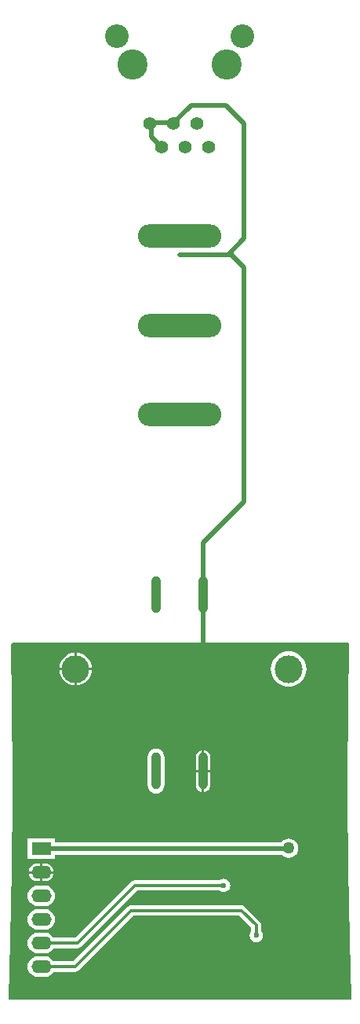
<source format=gbr>
%TF.GenerationSoftware,Altium Limited,Altium Designer,22.0.2 (36)*%
G04 Layer_Physical_Order=2*
G04 Layer_Color=16711680*
%FSLAX45Y45*%
%MOMM*%
%TF.SameCoordinates,4516B017-0455-433D-A7DA-D7F2A7B68D13*%
%TF.FilePolarity,Positive*%
%TF.FileFunction,Copper,L2,Bot,Signal*%
%TF.Part,Single*%
G01*
G75*
%TA.AperFunction,Conductor*%
%ADD15C,0.30000*%
%ADD16C,0.50000*%
%TA.AperFunction,ComponentPad*%
%ADD17O,1.00000X4.00000*%
%ADD18C,3.00000*%
%ADD19O,2.15900X1.39700*%
%ADD20R,2.15900X1.39700*%
%ADD21O,9.00000X2.50000*%
%ADD22C,2.55000*%
%ADD23C,1.40800*%
%ADD24C,3.25000*%
%TA.AperFunction,ViaPad*%
%ADD25C,0.60000*%
%ADD26C,1.27000*%
G36*
X3848345Y-6229027D02*
X3841509Y-6884685D01*
X3838739Y-7681942D01*
X3838435Y-7691119D01*
X3837766Y-7694485D01*
X3837765Y-7694485D01*
X3837734Y-7694641D01*
X3837781Y-7694876D01*
X3838270Y-7707187D01*
X3837176Y-7874276D01*
X3842236Y-8647399D01*
X3857416Y-9420389D01*
X3878055Y-10050874D01*
X3869223Y-10060000D01*
X185821D01*
X176988Y-10050874D01*
X197628Y-9420389D01*
X212808Y-8647399D01*
X217868Y-7874276D01*
X216774Y-7707187D01*
X217263Y-7694875D01*
X217310Y-7694641D01*
X217279Y-7694485D01*
X217279D01*
Y-7694485D01*
X217278D01*
X216609Y-7691119D01*
X216305Y-7681942D01*
X213534Y-6884685D01*
X206699Y-6229027D01*
X215632Y-6220000D01*
X3839412D01*
X3848345Y-6229027D01*
D02*
G37*
%LPC*%
G36*
X912700Y-6325002D02*
Y-6487300D01*
X1074998D01*
X1072862Y-6465615D01*
X1062833Y-6432553D01*
X1046545Y-6402081D01*
X1024627Y-6375373D01*
X997919Y-6353455D01*
X967447Y-6337167D01*
X934384Y-6327138D01*
X912700Y-6325002D01*
D02*
G37*
G36*
X887300D02*
X865615Y-6327138D01*
X832553Y-6337167D01*
X802081Y-6353455D01*
X775373Y-6375373D01*
X753455Y-6402081D01*
X737167Y-6432553D01*
X727138Y-6465615D01*
X725002Y-6487300D01*
X887300D01*
Y-6325002D01*
D02*
G37*
G36*
X1074998Y-6512700D02*
X912700D01*
Y-6674998D01*
X934384Y-6672862D01*
X967447Y-6662832D01*
X997919Y-6646545D01*
X1024627Y-6624627D01*
X1046545Y-6597918D01*
X1062833Y-6567447D01*
X1072862Y-6534384D01*
X1074998Y-6512700D01*
D02*
G37*
G36*
X887300D02*
X725002D01*
X727138Y-6534384D01*
X737167Y-6567447D01*
X753455Y-6597918D01*
X775373Y-6624627D01*
X802081Y-6646545D01*
X832553Y-6662832D01*
X865615Y-6672862D01*
X887300Y-6674998D01*
Y-6512700D01*
D02*
G37*
G36*
X3200000Y-6309081D02*
X3162753Y-6312749D01*
X3126938Y-6323614D01*
X3093931Y-6341257D01*
X3065000Y-6365000D01*
X3041257Y-6393931D01*
X3023614Y-6426938D01*
X3012749Y-6462753D01*
X3009081Y-6500000D01*
X3012749Y-6537247D01*
X3023614Y-6573062D01*
X3041257Y-6606069D01*
X3065000Y-6635000D01*
X3093931Y-6658743D01*
X3126938Y-6676386D01*
X3162753Y-6687251D01*
X3200000Y-6690919D01*
X3237247Y-6687251D01*
X3273062Y-6676386D01*
X3306069Y-6658743D01*
X3335000Y-6635000D01*
X3358743Y-6606069D01*
X3376386Y-6573062D01*
X3387251Y-6537247D01*
X3390919Y-6500000D01*
X3387251Y-6462753D01*
X3376386Y-6426938D01*
X3358743Y-6393931D01*
X3335000Y-6365000D01*
X3306069Y-6341257D01*
X3273062Y-6323614D01*
X3237247Y-6312749D01*
X3200000Y-6309081D01*
D02*
G37*
G36*
X2289401Y-7375622D02*
Y-7587301D01*
X2352751D01*
Y-7450000D01*
X2350159Y-7430317D01*
X2342562Y-7411975D01*
X2330476Y-7396224D01*
X2314725Y-7384138D01*
X2296384Y-7376541D01*
X2289401Y-7375622D01*
D02*
G37*
G36*
X2264001Y-7375621D02*
X2257017Y-7376541D01*
X2238675Y-7384138D01*
X2222924Y-7396224D01*
X2210838Y-7411975D01*
X2203241Y-7430317D01*
X2200649Y-7450000D01*
Y-7587301D01*
X2264001D01*
Y-7375621D01*
D02*
G37*
G36*
X2352751Y-7612701D02*
X2289401D01*
Y-7824379D01*
X2296384Y-7823459D01*
X2314725Y-7815862D01*
X2330476Y-7803776D01*
X2342562Y-7788025D01*
X2350159Y-7769683D01*
X2352751Y-7750000D01*
Y-7612701D01*
D02*
G37*
G36*
X2264001D02*
X2200649D01*
Y-7750000D01*
X2203241Y-7769683D01*
X2210838Y-7788025D01*
X2222924Y-7803776D01*
X2238675Y-7815862D01*
X2257017Y-7823459D01*
X2264001Y-7824379D01*
Y-7612701D01*
D02*
G37*
G36*
X1768700Y-7359224D02*
X1745205Y-7362317D01*
X1723312Y-7371386D01*
X1704511Y-7385811D01*
X1690086Y-7404612D01*
X1681017Y-7426505D01*
X1677924Y-7450000D01*
Y-7750000D01*
X1681017Y-7773495D01*
X1690086Y-7795388D01*
X1704511Y-7814189D01*
X1723312Y-7828615D01*
X1745205Y-7837683D01*
X1768700Y-7840776D01*
X1792195Y-7837683D01*
X1814088Y-7828615D01*
X1832889Y-7814189D01*
X1847315Y-7795388D01*
X1856383Y-7773495D01*
X1859476Y-7750000D01*
Y-7450000D01*
X1856383Y-7426505D01*
X1847315Y-7404612D01*
X1832889Y-7385811D01*
X1814088Y-7371386D01*
X1792195Y-7362317D01*
X1768700Y-7359224D01*
D02*
G37*
G36*
X677950Y-8325150D02*
X382050D01*
Y-8544850D01*
X677950D01*
Y-8500561D01*
X3123684D01*
X3126183Y-8503817D01*
X3147803Y-8520407D01*
X3172981Y-8530836D01*
X3200000Y-8534393D01*
X3227019Y-8530836D01*
X3252196Y-8520407D01*
X3273817Y-8503817D01*
X3290407Y-8482196D01*
X3300836Y-8457019D01*
X3304393Y-8430000D01*
X3300836Y-8402981D01*
X3290407Y-8377803D01*
X3273817Y-8356183D01*
X3252196Y-8339593D01*
X3227019Y-8329164D01*
X3200000Y-8325607D01*
X3172981Y-8329164D01*
X3147803Y-8339593D01*
X3126183Y-8356183D01*
X3116011Y-8369439D01*
X677950D01*
Y-8325150D01*
D02*
G37*
G36*
X568100Y-8592928D02*
X542699D01*
Y-8676300D01*
X662500D01*
X660898Y-8664135D01*
X651301Y-8640964D01*
X636033Y-8621067D01*
X616136Y-8605799D01*
X592965Y-8596202D01*
X568100Y-8592928D01*
D02*
G37*
G36*
X517299D02*
X491900D01*
X467035Y-8596202D01*
X443864Y-8605799D01*
X423967Y-8621067D01*
X408699Y-8640964D01*
X399102Y-8664135D01*
X397500Y-8676300D01*
X517299D01*
Y-8592928D01*
D02*
G37*
G36*
X662500Y-8701700D02*
X542699D01*
Y-8785072D01*
X568100D01*
X592965Y-8781798D01*
X616136Y-8772201D01*
X636033Y-8756933D01*
X651301Y-8737036D01*
X660898Y-8713865D01*
X662500Y-8701700D01*
D02*
G37*
G36*
X517299D02*
X397500D01*
X399102Y-8713865D01*
X408699Y-8737036D01*
X423967Y-8756933D01*
X443864Y-8772201D01*
X467035Y-8781798D01*
X491900Y-8785072D01*
X517299D01*
Y-8701700D01*
D02*
G37*
G36*
X2500000Y-8759396D02*
X2481727Y-8761802D01*
X2464698Y-8768855D01*
X2458094Y-8773923D01*
X1540000D01*
X1518540Y-8778191D01*
X1500347Y-8790347D01*
X895772Y-9394923D01*
X663533D01*
X646446Y-9372654D01*
X623499Y-9355046D01*
X596777Y-9343978D01*
X568100Y-9340202D01*
X491900D01*
X463223Y-9343978D01*
X436501Y-9355046D01*
X413554Y-9372654D01*
X395946Y-9395601D01*
X384878Y-9422323D01*
X381102Y-9451000D01*
X384878Y-9479676D01*
X395946Y-9506399D01*
X413554Y-9529346D01*
X436501Y-9546954D01*
X463223Y-9558022D01*
X491900Y-9561798D01*
X568100D01*
X596777Y-9558022D01*
X623499Y-9546954D01*
X646446Y-9529346D01*
X663533Y-9507077D01*
X919000D01*
X940460Y-9502809D01*
X958653Y-9490653D01*
X1563228Y-8886077D01*
X2458094D01*
X2464698Y-8891145D01*
X2481727Y-8898198D01*
X2500000Y-8900604D01*
X2518274Y-8898198D01*
X2535302Y-8891145D01*
X2549925Y-8879925D01*
X2561145Y-8865302D01*
X2568198Y-8848274D01*
X2570604Y-8830000D01*
X2568198Y-8811727D01*
X2561145Y-8794698D01*
X2549925Y-8780076D01*
X2535302Y-8768855D01*
X2518274Y-8761802D01*
X2500000Y-8759396D01*
D02*
G37*
G36*
X568100Y-8832202D02*
X491900D01*
X463223Y-8835978D01*
X436501Y-8847046D01*
X413554Y-8864654D01*
X395946Y-8887601D01*
X384878Y-8914323D01*
X381102Y-8943000D01*
X384878Y-8971676D01*
X395946Y-8998399D01*
X413554Y-9021346D01*
X436501Y-9038954D01*
X463223Y-9050022D01*
X491900Y-9053798D01*
X568100D01*
X596777Y-9050022D01*
X623499Y-9038954D01*
X646446Y-9021346D01*
X664054Y-8998399D01*
X675122Y-8971676D01*
X678898Y-8943000D01*
X675122Y-8914323D01*
X664054Y-8887601D01*
X646446Y-8864654D01*
X623499Y-8847046D01*
X596777Y-8835978D01*
X568100Y-8832202D01*
D02*
G37*
G36*
Y-9086202D02*
X491900D01*
X463223Y-9089978D01*
X436501Y-9101046D01*
X413554Y-9118654D01*
X395946Y-9141601D01*
X384878Y-9168323D01*
X381102Y-9197000D01*
X384878Y-9225676D01*
X395946Y-9252399D01*
X413554Y-9275346D01*
X436501Y-9292954D01*
X463223Y-9304022D01*
X491900Y-9307798D01*
X568100D01*
X596777Y-9304022D01*
X623499Y-9292954D01*
X646446Y-9275346D01*
X664054Y-9252399D01*
X675122Y-9225676D01*
X678898Y-9197000D01*
X675122Y-9168323D01*
X664054Y-9141601D01*
X646446Y-9118654D01*
X623499Y-9101046D01*
X596777Y-9089978D01*
X568100Y-9086202D01*
D02*
G37*
G36*
X2690000Y-9043923D02*
X1500000D01*
X1478540Y-9048191D01*
X1460347Y-9060347D01*
X871772Y-9648923D01*
X663533D01*
X646446Y-9626654D01*
X623499Y-9609046D01*
X596777Y-9597978D01*
X568100Y-9594202D01*
X491900D01*
X463223Y-9597978D01*
X436501Y-9609046D01*
X413554Y-9626654D01*
X395946Y-9649601D01*
X384878Y-9676323D01*
X381102Y-9705000D01*
X384878Y-9733676D01*
X395946Y-9760399D01*
X413554Y-9783346D01*
X436501Y-9800954D01*
X463223Y-9812022D01*
X491900Y-9815798D01*
X568100D01*
X596777Y-9812022D01*
X623499Y-9800954D01*
X646446Y-9783346D01*
X663533Y-9761077D01*
X895000D01*
X916460Y-9756809D01*
X934653Y-9744653D01*
X1523228Y-9156077D01*
X2666772D01*
X2793923Y-9283228D01*
Y-9328094D01*
X2788855Y-9334698D01*
X2781802Y-9351727D01*
X2779396Y-9370000D01*
X2781802Y-9388274D01*
X2788855Y-9405302D01*
X2800075Y-9419925D01*
X2814698Y-9431145D01*
X2831726Y-9438198D01*
X2850000Y-9440604D01*
X2868273Y-9438198D01*
X2885302Y-9431145D01*
X2899924Y-9419925D01*
X2911145Y-9405302D01*
X2918198Y-9388274D01*
X2920604Y-9370000D01*
X2918198Y-9351727D01*
X2911145Y-9334698D01*
X2906077Y-9328094D01*
Y-9260000D01*
X2901809Y-9238540D01*
X2889653Y-9220347D01*
X2729653Y-9060347D01*
X2711460Y-9048191D01*
X2690000Y-9043923D01*
D02*
G37*
%LPD*%
D15*
X2276700Y-7726700D02*
Y-7600000D01*
X919000Y-9451000D02*
X1540000Y-8830000D01*
X2500000D01*
X530000Y-9451000D02*
X919000D01*
X530000Y-9705000D02*
X895000D01*
X1500000Y-9100000D01*
X2690000D01*
X2850000Y-9260000D01*
Y-9370000D02*
Y-9260000D01*
D16*
X1722572Y-771374D02*
X1832198Y-881000D01*
X1722572Y-771374D02*
Y-644374D01*
X1705198Y-627000D02*
X1722572Y-644374D01*
X2276700Y-6363300D02*
Y-5700000D01*
X2260000Y-6380000D02*
X2276700Y-6363300D01*
X2547999Y-2037999D02*
X2577999D01*
X2276700Y-5700000D02*
Y-5143300D01*
X2720000Y-4700000D01*
Y-2180000D01*
X2577999Y-2037999D02*
X2720000Y-2180000D01*
X2022700Y-2037999D02*
X2547999D01*
X2720000Y-1865999D01*
Y-630000D01*
X2520000Y-430000D02*
X2720000Y-630000D01*
X2146199Y-430000D02*
X2520000D01*
X1959199Y-617000D02*
X2146199Y-430000D01*
X1705198Y-617000D02*
X1959199D01*
X1830000Y-868802D02*
X1832198Y-871000D01*
X530000Y-8435000D02*
X3195000D01*
X3200000Y-8430000D01*
D17*
X2276700Y-5700000D02*
D03*
X1768700D02*
D03*
Y-7600000D02*
D03*
X2276700D02*
D03*
D18*
X900000Y-6500000D02*
D03*
X3200000D02*
D03*
D19*
X530000Y-9705000D02*
D03*
Y-9451000D02*
D03*
Y-9197000D02*
D03*
Y-8943000D02*
D03*
Y-8689000D02*
D03*
D20*
Y-8435000D02*
D03*
D21*
X2022700Y-3762000D02*
D03*
X2022660Y-2800000D02*
D03*
X2022700Y-1838000D02*
D03*
D22*
X2697698Y313000D02*
D03*
X1347698Y313000D02*
D03*
D23*
X2340198Y-881000D02*
D03*
X2086198Y-881000D02*
D03*
X1832198Y-881000D02*
D03*
X2213198Y-627000D02*
D03*
X1959199D02*
D03*
X1705198D02*
D03*
D24*
X2530698Y8000D02*
D03*
X1514698D02*
D03*
D25*
X2120000Y-9630000D02*
D03*
X1920000D02*
D03*
X2120000Y-9430000D02*
D03*
X1920000D02*
D03*
X2860000Y-9560000D02*
D03*
X3270000Y-9590000D02*
D03*
X3655754Y-6531918D02*
D03*
Y-7331918D02*
D03*
Y-8131918D02*
D03*
Y-8931918D02*
D03*
Y-9731918D02*
D03*
X3455754Y-6931918D02*
D03*
Y-7731918D02*
D03*
Y-8531918D02*
D03*
X3255754Y-8931918D02*
D03*
X2855754Y-6531918D02*
D03*
X3055754Y-6931918D02*
D03*
X2855754Y-7331918D02*
D03*
X3055754Y-7731918D02*
D03*
X2855754Y-8131918D02*
D03*
Y-8931918D02*
D03*
X2455754Y-6531918D02*
D03*
X2655754Y-6931918D02*
D03*
X2455754Y-7331918D02*
D03*
X2655754Y-7731918D02*
D03*
X2455754Y-8131918D02*
D03*
X2655754Y-8531918D02*
D03*
X2455754Y-9731918D02*
D03*
X2255754Y-6931918D02*
D03*
Y-8531918D02*
D03*
X1655754Y-6531918D02*
D03*
X1855754Y-6931918D02*
D03*
X1655754Y-7331918D02*
D03*
Y-8131918D02*
D03*
Y-9731918D02*
D03*
X1255754Y-6531918D02*
D03*
X1455754Y-6931918D02*
D03*
X1255754Y-7331918D02*
D03*
X1455754Y-7731918D02*
D03*
X1255754Y-8131918D02*
D03*
X1455754Y-8531918D02*
D03*
X1255754Y-8931918D02*
D03*
Y-9731918D02*
D03*
X1055754Y-6931918D02*
D03*
X855754Y-7331918D02*
D03*
X1055754Y-7731918D02*
D03*
X855754Y-8131918D02*
D03*
X1055754Y-8531918D02*
D03*
X455754Y-6531918D02*
D03*
X655754Y-6931918D02*
D03*
X455754Y-7331918D02*
D03*
X655754Y-7731918D02*
D03*
X455754Y-8131918D02*
D03*
X655754Y-9331918D02*
D03*
X2500000Y-8830000D02*
D03*
X2850000Y-9370000D02*
D03*
D26*
X3200000Y-8430000D02*
D03*
%TF.MD5,51e9cfcf124aa83b85f94ae75b488b3b*%
M02*

</source>
